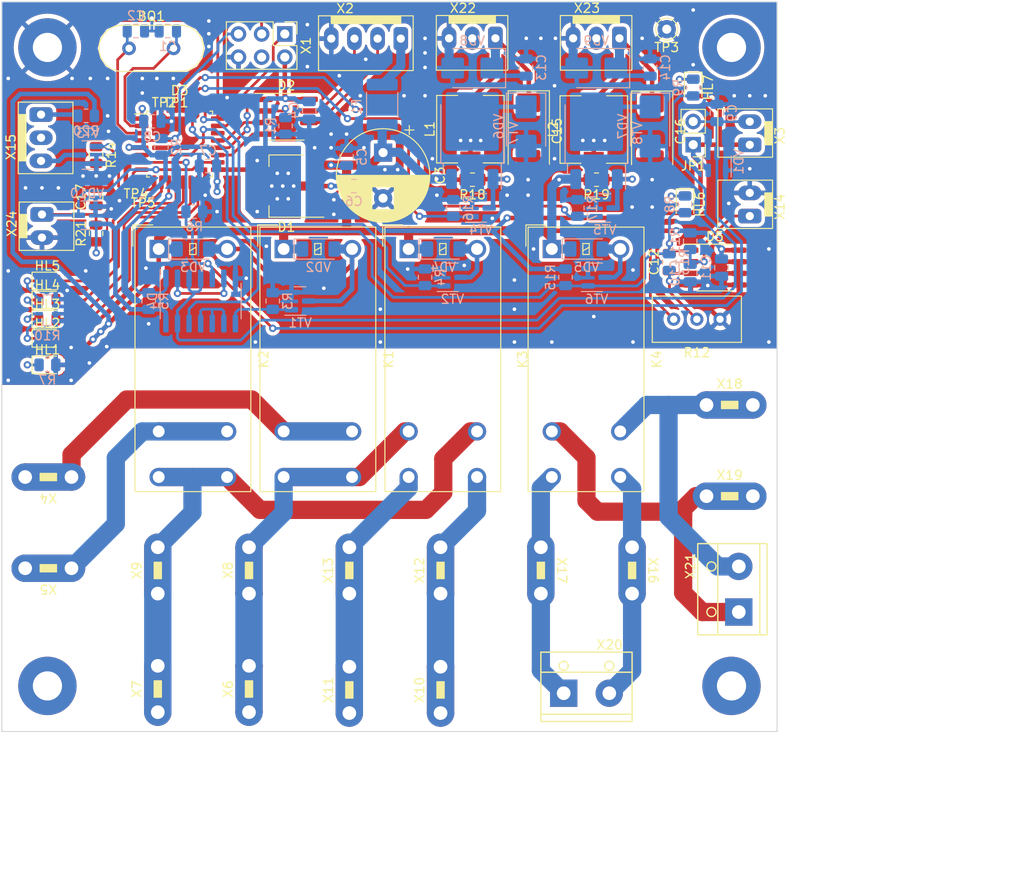
<source format=kicad_pcb>
(kicad_pcb (version 20221018) (generator pcbnew)

  (general
    (thickness 1.6)
  )

  (paper "A4")
  (layers
    (0 "F.Cu" signal)
    (31 "B.Cu" signal)
    (32 "B.Adhes" user "B.Adhesive")
    (33 "F.Adhes" user "F.Adhesive")
    (34 "B.Paste" user)
    (35 "F.Paste" user)
    (36 "B.SilkS" user "B.Silkscreen")
    (37 "F.SilkS" user "F.Silkscreen")
    (38 "B.Mask" user)
    (39 "F.Mask" user)
    (40 "Dwgs.User" user "User.Drawings")
    (41 "Cmts.User" user "User.Comments")
    (42 "Eco1.User" user "User.Eco1")
    (43 "Eco2.User" user "User.Eco2")
    (44 "Edge.Cuts" user)
    (45 "Margin" user)
    (46 "B.CrtYd" user "B.Courtyard")
    (47 "F.CrtYd" user "F.Courtyard")
    (48 "B.Fab" user)
    (49 "F.Fab" user)
    (50 "User.1" user)
    (51 "User.2" user)
    (52 "User.3" user)
    (53 "User.4" user)
    (54 "User.5" user)
    (55 "User.6" user)
    (56 "User.7" user)
    (57 "User.8" user)
    (58 "User.9" user)
  )

  (setup
    (pad_to_mask_clearance 0)
    (pcbplotparams
      (layerselection 0x00010fc_ffffffff)
      (plot_on_all_layers_selection 0x0000000_00000000)
      (disableapertmacros false)
      (usegerberextensions false)
      (usegerberattributes true)
      (usegerberadvancedattributes true)
      (creategerberjobfile true)
      (dashed_line_dash_ratio 12.000000)
      (dashed_line_gap_ratio 3.000000)
      (svgprecision 4)
      (plotframeref false)
      (viasonmask false)
      (mode 1)
      (useauxorigin false)
      (hpglpennumber 1)
      (hpglpenspeed 20)
      (hpglpendiameter 15.000000)
      (dxfpolygonmode true)
      (dxfimperialunits true)
      (dxfusepcbnewfont true)
      (psnegative false)
      (psa4output false)
      (plotreference true)
      (plotvalue true)
      (plotinvisibletext false)
      (sketchpadsonfab false)
      (subtractmaskfromsilk false)
      (outputformat 1)
      (mirror false)
      (drillshape 1)
      (scaleselection 1)
      (outputdirectory "")
    )
  )

  (net 0 "")
  (net 1 "Net-(D3-PF1)")
  (net 2 "Net-(D3-PF0)")
  (net 3 "GND")
  (net 4 "+12V")
  (net 5 "+3V3")
  (net 6 "E_STOP")
  (net 7 "Net-(D5A--)")
  (net 8 "Net-(D5A-+)")
  (net 9 "WATER")
  (net 10 "Net-(VD8-K)")
  (net 11 "Net-(VD9-K)")
  (net 12 "LIGHTS_SW")
  (net 13 "U1_RX")
  (net 14 "TXEN")
  (net 15 "U1_TX")
  (net 16 "Net-(D2-A)")
  (net 17 "Net-(D2-B)")
  (net 18 "RESET")
  (net 19 "Net-(D3-PA2)")
  (net 20 "Net-(D3-PA3)")
  (net 21 "LIGHTS")
  (net 22 "RL_EN")
  (net 23 "LED_AUX")
  (net 24 "LED_MAIN")
  (net 25 "LED_ERR")
  (net 26 "LED_ACT")
  (net 27 "unconnected-(D3-PA12-Pad22)")
  (net 28 "SWDIO")
  (net 29 "SWCLK")
  (net 30 "RL_AUX")
  (net 31 "RL_MAIN_uC")
  (net 32 "MOTOR1")
  (net 33 "MOTOR2")
  (net 34 "Net-(D3-PB6)")
  (net 35 "Net-(D3-PB7)")
  (net 36 "Net-(D4A-B)")
  (net 37 "LED_STOP")
  (net 38 "Net-(D4C-A)")
  (net 39 "RL_MAIN")
  (net 40 "Net-(X2-Pin_1)")
  (net 41 "unconnected-(H1-Pad1)")
  (net 42 "unconnected-(H2-Pad1)")
  (net 43 "unconnected-(H3-Pad1)")
  (net 44 "Net-(HL1-K)")
  (net 45 "Net-(HL2-K)")
  (net 46 "Net-(HL3-K)")
  (net 47 "Net-(HL4-K)")
  (net 48 "Net-(HL5-K)")
  (net 49 "Net-(HL6-K)")
  (net 50 "Net-(HL7-K)")
  (net 51 "/L_IN")
  (net 52 "/L_MAIN")
  (net 53 "Net-(VD2-A)")
  (net 54 "/N_IN")
  (net 55 "/N_MAIN")
  (net 56 "/L_AUX")
  (net 57 "/N_AUX")
  (net 58 "Net-(VD4-A)")
  (net 59 "Net-(X18-Pin_1)")
  (net 60 "Net-(X17-Pin_1)")
  (net 61 "Net-(X19-Pin_1)")
  (net 62 "Net-(X16-Pin_1)")
  (net 63 "Net-(VD5-A)")
  (net 64 "Net-(VD6-K)")
  (net 65 "Net-(VD7-K)")
  (net 66 "Net-(VT4-D)")
  (net 67 "Net-(VT5-D)")
  (net 68 "Net-(X15-Pin_1)")
  (net 69 "Net-(VT3-D)")
  (net 70 "unconnected-(X1-Pin_4-Pad4)")
  (net 71 "unconnected-(X15-Pin_2-Pad2)")
  (net 72 "unconnected-(X22-Pin_2-Pad2)")
  (net 73 "unconnected-(X23-Pin_2-Pad2)")

  (footprint "Package_SO:SOIC-8_3.9x4.9mm_P1.27mm" (layer "F.Cu") (at 71.2 42.599998))

  (footprint "Relay_THT:Relay_SPST_Omron_G2RL-1A-E" (layer "F.Cu") (at 57.2 57.1))

  (footprint "Ecohim:Connector_TAB_6.35mm" (layer "F.Cu") (at 57.1 92.34 90))

  (footprint "Capacitor_SMD:C_0805_2012Metric" (layer "F.Cu") (at 113.175 58.535 90))

  (footprint "LED_SMD:LED_0805_2012Metric" (layer "F.Cu") (at 45.000001 62.7))

  (footprint "Ecohim:TestPoint_Pad_D0.8mm_no_circle" (layer "F.Cu") (at 59.100001 39.6 180))

  (footprint "Ecohim:DS1070-3_WF-3_CONNFLY" (layer "F.Cu") (at 89.034999 34))

  (footprint "LED_SMD:LED_0805_2012Metric" (layer "F.Cu") (at 45 60.600001))

  (footprint "Resistor_SMD:R_0805_2012Metric" (layer "F.Cu") (at 50.3375 55.4 90))

  (footprint "Ecohim:Connector_TAB_6.35mm" (layer "F.Cu") (at 88.1 92.34 90))

  (footprint "LED_SMD:LED_0805_2012Metric" (layer "F.Cu") (at 45.000001 66.9))

  (footprint "Capacitor_SMD:C_0805_2012Metric" (layer "F.Cu") (at 50.3375 51.4 90))

  (footprint "Ecohim:Connector_TAB_6.35mm" (layer "F.Cu") (at 78.1 105.44 90))

  (footprint "Ecohim:TestPoint_Pad_D0.8mm_no_circle" (layer "F.Cu") (at 54.7 49.6 180))

  (footprint "Ecohim:Connector_TAB_6.35mm" (layer "F.Cu") (at 88.1 105.44 90))

  (footprint "Ecohim:Connector_TAB_6.35mm" (layer "F.Cu") (at 67.1 92.34 90))

  (footprint "Ecohim:Connector_TAB_6.35mm" (layer "F.Cu") (at 109.1 92.339999 -90))

  (footprint "Ecohim:TerminalBlock_KLS2-301-5.00-02P" (layer "F.Cu") (at 120.8 94.4 90))

  (footprint "Relay_THT:Relay_DPST_Omron_G2RL-2A" (layer "F.Cu") (at 100.3 57.1))

  (footprint "Ecohim:TestPoint_Pad_D0.8mm_no_circle" (layer "F.Cu") (at 57.8 39.6 180))

  (footprint "Connector_PinHeader_2.54mm:PinHeader_2x03_P2.54mm_Vertical" (layer "F.Cu") (at 71.025 33.525 -90))

  (footprint "MountingHole:MountingHole_3.2mm_M3_Pad" (layer "F.Cu") (at 45 105))

  (footprint "LED_SMD:LED_0805_2012Metric" (layer "F.Cu") (at 45 69.8))

  (footprint "Ecohim:Connector_TAB_6.35mm" (layer "F.Cu") (at 119.8 74.2))

  (footprint "Ecohim:Connector_TAB_6.35mm" (layer "F.Cu") (at 78.1 92.34 90))

  (footprint "Package_TO_SOT_SMD:SOT-223-3_TabPin2" (layer "F.Cu") (at 71.2 50.2 180))

  (footprint "Resistor_SMD:R_0805_2012Metric" (layer "F.Cu") (at 105.2 49.500001 180))

  (footprint "MountingHole:MountingHole_3.2mm_M3_Pad" (layer "F.Cu") (at 120 105))

  (footprint "Resistor_SMD:R_0805_2012Metric" (layer "F.Cu") (at 91.6 49.5 180))

  (footprint "MountingHole:MountingHole_3.2mm_M3_Pad" (layer "F.Cu") (at 45 35))

  (footprint "Ecohim:TestPoint_Pad_D0.8mm_no_circle" (layer "F.Cu") (at 55.5 50.6 180))

  (footprint "Ecohim:TerminalBlock_KLS2-301-5.00-02P" (layer "F.Cu") (at 104.1 105.8))

  (footprint "Ecohim:Connector_TAB_6.35mm" (layer "F.Cu") (at 57.1 105.34 90))

  (footprint "LED_SMD:LED_0805_2012Metric" (layer "F.Cu") (at 115.8 39.4 -90))

  (footprint "LED_SMD:LED_0805_2012Metric" (layer "F.Cu") (at 45 64.8))

  (footprint "Potentiometer_THT:Potentiometer_Bourns_3296W_Vertical" (layer "F.Cu") (at 113.66 64.8 180))

  (footprint "Ecohim:DS1070-3_WF-3_CONNFLY" (layer "F.Cu") (at 102.635001 34))

  (footprint "TestPoint:TestPoint_THTPad_D2.0mm_Drill1.0mm" (layer "F.Cu") (at 112.9 33 180))

  (footprint "Ecohim:L_7.3x7.3_H4.5" (layer "F.Cu") (at 91.375 43.965 90))

  (footprint "Ecohim:Connector_TAB_6.35mm" (layer "F.Cu") (at 99.1 92.34 -90))

  (footprint "Relay_THT:Relay_DPST_Omron_G2RL-2A" (layer "F.Cu") (at 84.6 57.1))

  (footprint "Capacitor_Tantalum_SMD:CP_EIA-7343-31_Kemet-D" (layer "F.Cu") (at 111.3 44.2 -90))

  (footprint "Ecohim:DS1070-2_WF-2_CONNFLY" (layer "F.Cu") (at 122 50.95 -90))

  (footprint "Capacitor_Tantalum_SMD:CP_EIA-7343-31_Kemet-D" (layer "F.Cu") (at 97.775 44.165 -90))

  (footprint "MountingHole:MountingHole_3.2mm_M3_Pad" (layer "F.Cu") (at 120 35))

  (footprint "Ecohim:Connector_TAB_6.35mm" (layer "F.Cu") (at 67.1 105.34 90))

  (footprint "Package_SO:SOP-8_3.9x4.9mm_P1.27mm" (layer "F.Cu") (at 118.175 59.135))

  (footprint "Resistor_SMD:R_0805_2012Metric" (layer "F.Cu") (at 50.3375 46.8 -90))

  (footprint "Ecohim:Connector_TAB_6.35mm" (layer "F.Cu") (at 45.1 82.1 180))

  (footprint "Capacitor_THT:CP_Radial_D10.0mm_P5.00mm" (layer "F.Cu") (at 81.8 46.532323 -90))

  (footprint "Package_QFP:LQFP-32_7x7mm_P0.8mm" (layer "F.Cu") (at 59.5 45.6))

  (footprint "Ecohim:Connector_TAB_6.35mm" (layer "F.Cu")
    (tstamp e0b4425b-e5ad-4dc4-9b65-aaa38b02e47d)
    (at 119.8 84.2)
    (descr "Tab 6.35mm x 0.8mm blade connector")
    (tags "faston, tab, 6.35, 6.3, blade")
    (property "Label" "Pump L")
    (property "Sheetfile" "RS485_Relay_V2R1.kicad_sch")
    (property "Sheetname" "")
    (property "ki_description" "Generic connector, single row, 01x01, script generated (kicad-library-utils/schlib/autogen/connector/)")
    (property "ki_keywords" "connector")
    (path "/f4c1eb96-c2d8-41cd-9402-65900eff3135")
    (attr through_hole)
    (fp_text reference "X19" (at 0 -2.3 unlocked) (layer "F.SilkS")
        (effects (font (size 1 1) (thickness 0.15)))
      (tstamp 6ac1211b-91c7-4966-a9d9-6d1ed30a9e71)
    )
    (fp_text value "Blade 6mm" (at 0 2.6 unlocked) (layer "F.Fab")
        (effects (font (size 1 1) (thickness 0.15)))
      (tstamp d862065c-2de4-4174-a2b3-54f693eb0aad)
    )
    (fp_text user "${REFERENCE}" (at 0 4.1 unlocked) (layer "F.Fab")
        (effects (font (size 1 1) (thickness 0.15)))
      (tstamp 30226402-7133-47e3-9c2d-bca65e059b7f)
    )
    (fp_rect (start -0.9 -0.4) (end 0.9 0.4)
      (stroke (width 0.12) (type solid)) (fill solid) (layer "F.SilkS
... [906885 chars truncated]
</source>
